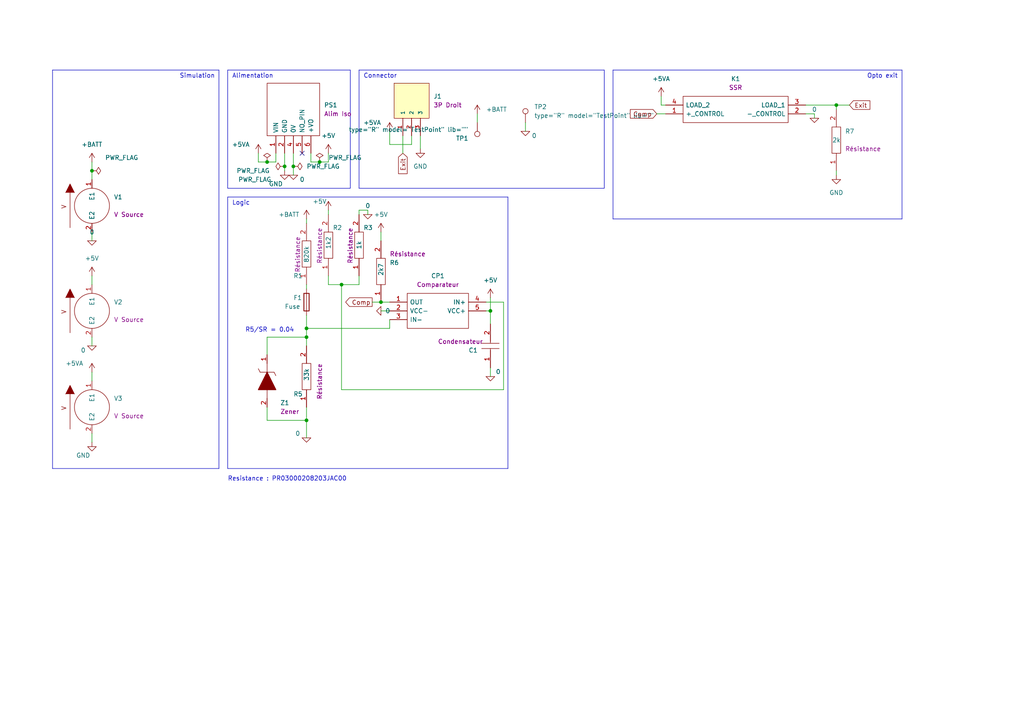
<source format=kicad_sch>
(kicad_sch (version 20230121) (generator eeschema)
  (paper "A4")
  (lib_symbols
    (symbol "Device:Fuse" (pin_numbers hide) (pin_names (offset 0))
      (property "Reference" "F" (at 2.032 0 90))
      (property "Value" "Fuse" (at -1.905 0 90))
      (symbol "Fuse_0_1"
        (rectangle (start -0.762 -2.54) (end 0.762 2.54) (stroke (width 0.254)))
        (polyline (pts (xy 0 2.54) (xy 0 -2.54)))
      )
      (symbol "Fuse_1_1"
        (pin passive line (at 0 3.81 270) (length 1.27) (name "~") (number "1"))
        (pin passive line (at 0 -3.81 90) (length 1.27) (name "~") (number "2"))
      )
    )
    (symbol "EPSA_lib:3P Droit 22-11-2032" (pin_names (offset 1.016))
      (property "Reference" "J" (at 6.35 7.62 0))
      (property "Render Name" "3P Droit" (at 0 6.35 0))
      (symbol "3P Droit 22-11-2032_0_0"
        (rectangle (start -5.08 -5.08) (end 5.08 5.08) (stroke (width 0.1524)) (fill (type background)))
        (pin passive line (at -10.16 2.54 0) (length 5.08) (name "1") (number "1"))
        (pin passive line (at -10.16 0 0) (length 5.08) (name "2") (number "2"))
        (pin passive line (at -10.16 -2.54 0) (length 5.08) (name "3") (number "3"))
      )
    )
    (symbol "EPSA_lib:Alim Iso PDM2-S5-S5-S" (pin_names (offset 0.762))
      (property "Reference" "PS" (at 21.59 6.35 0))
      (property "Render Name" "Alim Iso" (at 12.7 3.81 0))
      (symbol "Alim Iso PDM2-S5-S5-S_0_0"
        (pin passive line (at 0 0 0) (length 5.08) (name "VIN") (number "1"))
        (pin passive line (at 0 -2.54 0) (length 5.08) (name "GND") (number "2"))
        (pin passive line (at 0 -5.08 0) (length 5.08) (name "0V") (number "4"))
        (pin passive line (at 0 -7.62 0) (length 5.08) (name "NO_PIN") (number "5"))
        (pin passive line (at 0 -10.16 0) (length 5.08) (name "+VO") (number "6"))
      )
      (symbol "Alim Iso PDM2-S5-S5-S_0_1"
        (polyline (pts (xy 5.08 2.54) (xy 20.32 2.54) (xy 20.32 -12.7) (xy 5.08 -12.7) (xy 5.08 2.54)) (stroke (width 0.1524)))
      )
    )
    (symbol "EPSA_lib:Comparateur TS391ILT" (pin_names (offset 0.762))
      (property "Reference" "CP" (at 35.56 8.89 0))
      (property "Render Name" "Comparateur" (at 13.97 3.81 0))
      (symbol "Comparateur TS391ILT_0_0"
        (pin passive line (at 0 0 0) (length 5.08) (name "OUT") (number "1"))
        (pin passive line (at 0 -2.54 0) (length 5.08) (name "VCC-") (number "2"))
        (pin passive line (at 0 -5.08 0) (length 5.08) (name "IN-") (number "3"))
        (pin passive line (at 27.94 0 180) (length 5.08) (name "IN+") (number "4"))
        (pin passive line (at 27.94 -2.54 180) (length 5.08) (name "VCC+") (number "5"))
      )
      (symbol "Comparateur TS391ILT_0_1"
        (polyline (pts (xy 5.08 2.54) (xy 22.86 2.54) (xy 22.86 -7.62) (xy 5.08 -7.62) (xy 5.08 2.54)) (stroke (width 0.1524)))
      )
    )
    (symbol "EPSA_lib:Condensateur 0805Y1000104JXT" (pin_names (offset 0.762))
      (property "Reference" "C" (at 20.32 5.08 0))
      (property "Spice_Model" "10" (at 5.08 6.35 0))
      (property "Render Name" "Condensateur" (at 6.35 3.81 0))
      (symbol "Condensateur 0805Y1000104JXT_0_0"
        (pin passive line (at 0 0 0) (length 5.08) (name "~") (number "1"))
        (pin passive line (at 12.7 0 180) (length 5.08) (name "~") (number "2"))
      )
      (symbol "Condensateur 0805Y1000104JXT_0_1"
        (polyline (pts (xy 5.08 0) (xy 5.588 0)) (stroke (width 0.1524)))
        (polyline (pts (xy 5.588 2.54) (xy 5.588 -2.54)) (stroke (width 0.1524)))
        (polyline (pts (xy 7.112 0) (xy 7.62 0)) (stroke (width 0.1524)))
        (polyline (pts (xy 7.112 2.54) (xy 7.112 -2.54)) (stroke (width 0.1524)))
      )
    )
    (symbol "EPSA_lib:Résistance RK73H2BLTDD2152F" (pin_names (offset 0.762))
      (property "Reference" "R" (at 25.4 5.08 0))
      (property "Value" "10" (at 7.62 0 0))
      (property "Render Name" "Résistance" (at 8.89 2.54 0))
      (symbol "Résistance RK73H2BLTDD2152F_0_0"
        (pin passive line (at 0 0 0) (length 5.08) (name "~") (number "1"))
        (pin passive line (at 17.78 0 180) (length 5.08) (name "~") (number "2"))
      )
      (symbol "Résistance RK73H2BLTDD2152F_0_1"
        (polyline (pts (xy 5.08 1.27) (xy 12.7 1.27) (xy 12.7 -1.27) (xy 5.08 -1.27) (xy 5.08 1.27)) (stroke (width 0.1524)))
      )
    )
    (symbol "EPSA_lib:SSR CPC1394GR" (pin_names (offset 0.762))
      (property "Reference" "K" (at 48.26 7.62 0))
      (property "Render Name" "SSR" (at 19.05 3.81 0))
      (symbol "SSR CPC1394GR_0_0"
        (pin passive line (at 0 -2.54 0) (length 5.08) (name "+_CONTROL") (number "1"))
        (pin passive line (at 40.64 -2.54 180) (length 5.08) (name "-_CONTROL") (number "2"))
        (pin passive line (at 40.64 0 180) (length 5.08) (name "LOAD_1") (number "3"))
        (pin passive line (at 0 0 0) (length 5.08) (name "LOAD_2") (number "4"))
      )
      (symbol "SSR CPC1394GR_0_1"
        (polyline (pts (xy 5.08 2.54) (xy 35.56 2.54) (xy 35.56 -5.08) (xy 5.08 -5.08) (xy 5.08 2.54)) (stroke (width 0.1524)))
      )
    )
    (symbol "EPSA_lib:TestPoint" (pin_numbers hide) (pin_names (offset 0.762) hide)
      (property "Reference" "TP" (at 0 6.858 0))
      (property "Value" "TestPoint" (at 0 5.08 0))
      (symbol "TestPoint_0_1"
        (circle (center 0 3.302) (radius 0.762))
      )
      (symbol "TestPoint_1_1"
        (pin passive line (at 0 0 90) (length 2.54) (name "1") (number "1"))
      )
    )
    (symbol "EPSA_lib:VSOURCE" (pin_names (offset 1.016)) (in_bom no) (on_board no)
      (property "Reference" "V" (at 8.89 12.7 0))
      (property "Spice_Model" "dc 5" (at -1.27 12.7 0))
      (property "Render Name" "V Source" (at -1.27 10.16 0))
      (symbol "VSOURCE_0_1"
        (circle (center -1.27 0) (radius 5.08))
        (polyline (pts (xy -7.62 6.35) (xy 2.54 6.35)) (fill (type outline)))
        (polyline (pts (xy 2.54 7.62) (xy 5.08 6.35) (xy 2.54 5.08)) (fill (type outline)))
        (text "V" (at -1.524 8.128 0) (effects (font (size 1.27 1.27))))
      )
      (symbol "VSOURCE_1_1"
        (pin input line (at 6.35 0 180) (length 2.54) (name "E1") (number "1"))
        (pin input line (at -8.89 0 0) (length 2.54) (name "E2") (number "2"))
      )
    )
    (symbol "EPSA_lib:Zener TZM5224B-GS08" (pin_names (offset 0.762))
      (property "Reference" "Z" (at 5.08 6.35 0))
      (property "Titre" "Zener" (at 6.35 3.81 0))
      (symbol "Zener TZM5224B-GS08_0_0"
        (pin passive line (at 0 0 0) (length 2.54) (name "~") (number "1"))
        (pin passive line (at 15.24 0 180) (length 2.54) (name "~") (number "2"))
      )
      (symbol "Zener TZM5224B-GS08_0_1"
        (polyline (pts (xy 2.54 0) (xy 5.08 0)) (stroke (width 0.1524)))
        (polyline (pts (xy 4.064 -2.54) (xy 5.08 -2.032)) (stroke (width 0.1524)))
        (polyline (pts (xy 5.08 2.032) (xy 5.08 -2.032)) (stroke (width 0.1524)))
        (polyline (pts (xy 5.08 2.032) (xy 6.096 2.54)) (stroke (width 0.1524)))
        (polyline (pts (xy 12.7 0) (xy 10.16 0)) (stroke (width 0.1524)))
        (polyline (pts (xy 5.08 0) (xy 10.16 2.54) (xy 10.16 -2.54) (xy 5.08 0)) (stroke (width 0.254)) (fill (type outline)))
      )
    )
    (symbol "Résistance RK73H2BLTDD2152F_1" (pin_names (offset 0.762))
      (property "Reference" "R" (at 25.4 5.08 0))
      (property "Value" "10" (at 7.62 0 0))
      (property "Render Name" "Résistance" (at 8.89 2.54 0))
      (symbol "Résistance RK73H2BLTDD2152F_1_0_0"
        (pin passive line (at 0 0 0) (length 5.08) (name "~") (number "1"))
        (pin passive line (at 17.78 0 180) (length 5.08) (name "~") (number "2"))
      )
      (symbol "Résistance RK73H2BLTDD2152F_1_0_1"
        (polyline (pts (xy 5.08 1.27) (xy 12.7 1.27) (xy 12.7 -1.27) (xy 5.08 -1.27) (xy 5.08 1.27)) (stroke (width 0.1524)))
      )
    )
    (symbol "power:+5V" (power) (pin_names (offset 0))
      (property "Value" "+5V" (at 0 3.556 0))
      (symbol "+5V_0_1"
        (polyline (pts (xy -0.762 1.27) (xy 0 2.54)))
        (polyline (pts (xy 0 0) (xy 0 2.54)))
        (polyline (pts (xy 0 2.54) (xy 0.762 1.27)))
      )
      (symbol "+5V_1_1"
        (pin power_in line (at 0 0 90) (length 0) hide (name "+5V") (number "1"))
      )
    )
    (symbol "power:+5VA" (power) (pin_names (offset 0))
      (property "Value" "+5VA" (at 0 3.556 0))
      (symbol "+5VA_0_1"
        (polyline (pts (xy -0.762 1.27) (xy 0 2.54)))
        (polyline (pts (xy 0 0) (xy 0 2.54)))
        (polyline (pts (xy 0 2.54) (xy 0.762 1.27)))
      )
      (symbol "+5VA_1_1"
        (pin power_in line (at 0 0 90) (length 0) hide (name "+5VA") (number "1"))
      )
    )
    (symbol "power:+BATT" (power) (pin_names (offset 0))
      (property "Value" "+BATT" (at 0 3.556 0))
      (symbol "+BATT_0_1"
        (polyline (pts (xy -0.762 1.27) (xy 0 2.54)))
        (polyline (pts (xy 0 0) (xy 0 2.54)))
        (polyline (pts (xy 0 2.54) (xy 0.762 1.27)))
      )
      (symbol "+BATT_1_1"
        (pin power_in line (at 0 0 90) (length 0) hide (name "+BATT") (number "1"))
      )
    )
    (symbol "power:GND" (power) (pin_names (offset 0))
      (property "Value" "GND" (at 0 -3.81 0))
      (symbol "GND_0_1"
        (polyline (pts (xy 0 0) (xy 0 -1.27) (xy 1.27 -1.27) (xy 0 -2.54) (xy -1.27 -1.27) (xy 0 -1.27)))
      )
      (symbol "GND_1_1"
        (pin power_in line (at 0 0 270) (length 0) hide (name "GND") (number "1"))
      )
    )
    (symbol "power:PWR_FLAG" (power) (pin_numbers hide) (pin_names (offset 0) hide)
      (property "Value" "PWR_FLAG" (at 0 3.81 0))
      (symbol "PWR_FLAG_0_0"
        (pin power_out line (at 0 0 90) (length 0) (name "pwr") (number "1"))
      )
      (symbol "PWR_FLAG_0_1"
        (polyline (pts (xy 0 0) (xy 0 1.27) (xy -1.016 1.905) (xy 0 2.54) (xy 1.016 1.905) (xy 0 1.27)))
      )
    )
    (symbol "pspice:0" (power) (pin_names (offset 0))
      (property "Value" "0" (at 0 -1.778 0))
      (symbol "0_0_1"
        (polyline (pts (xy -1.27 0) (xy 0 -1.27) (xy 1.27 0) (xy -1.27 0)))
      )
      (symbol "0_1_1"
        (pin power_in line (at 0 0 0) (length 0) hide (name "0") (number "1"))
      )
    )
  )
  (junction (at 26.67 49.53))
  (junction (at 99.06 82.55))
  (junction (at 110.49 87.63))
  (junction (at 85.09 48.26))
  (junction (at 88.9 121.92))
  (junction (at 142.24 90.17))
  (junction (at 77.47 46.99))
  (junction (at 92.71 46.99))
  (junction (at 88.9 95.25))
  (junction (at 242.57 30.48))
  (junction (at 82.55 48.26))
  (junction (at 88.9 97.79))
  (no_connect (at 87.63 44.45))
  (polyline (pts (xy 66.04 54.61) (xy 101.6 54.61)))
  (wire (pts (xy 113.03 95.25) (xy 113.03 92.71)))
  (polyline (pts (xy 66.04 135.89) (xy 147.32 135.89)))
  (wire (pts (xy 152.4 35.56) (xy 152.4 38.1)))
  (wire (pts (xy 88.9 95.25) (xy 88.9 97.79)))
  (wire (pts (xy 88.9 118.11) (xy 88.9 121.92)))
  (wire (pts (xy 85.09 44.45) (xy 85.09 48.26)))
  (wire (pts (xy 95.25 80.01) (xy 95.25 82.55)))
  (wire (pts (xy 142.24 86.36) (xy 142.24 90.17)))
  (wire (pts (xy 88.9 91.44) (xy 88.9 95.25)))
  (wire (pts (xy 242.57 49.53) (xy 242.57 50.8)))
  (wire (pts (xy 146.05 113.03) (xy 146.05 87.63)))
  (wire (pts (xy 104.14 82.55) (xy 104.14 80.01)))
  (wire (pts (xy 242.57 30.48) (xy 246.38 30.48)))
  (wire (pts (xy 95.25 44.45) (xy 95.25 46.99)))
  (wire (pts (xy 26.67 125.73) (xy 26.67 128.27)))
  (polyline (pts (xy 104.14 20.32) (xy 104.14 54.61)))
  (wire (pts (xy 26.67 97.79) (xy 26.67 100.33)))
  (wire (pts (xy 95.25 82.55) (xy 99.06 82.55)))
  (polyline (pts (xy 177.8 20.32) (xy 177.8 63.5)))
  (wire (pts (xy 26.67 46.99) (xy 26.67 49.53)))
  (polyline (pts (xy 66.04 57.15) (xy 66.04 135.89)))
  (wire (pts (xy 146.05 87.63) (xy 140.97 87.63)))
  (wire (pts (xy 99.06 113.03) (xy 146.05 113.03)))
  (wire (pts (xy 99.06 82.55) (xy 99.06 113.03)))
  (wire (pts (xy 88.9 63.5) (xy 88.9 64.77)))
  (wire (pts (xy 190.5 33.02) (xy 193.04 33.02)))
  (wire (pts (xy 88.9 95.25) (xy 113.03 95.25)))
  (wire (pts (xy 113.03 90.17) (xy 110.49 90.17)))
  (wire (pts (xy 142.24 106.68) (xy 142.24 109.22)))
  (wire (pts (xy 113.03 41.91) (xy 119.38 41.91)))
  (polyline (pts (xy 104.14 20.32) (xy 175.26 20.32)))
  (polyline (pts (xy 15.24 20.32) (xy 15.24 135.89)))
  (polyline (pts (xy 104.14 54.61) (xy 175.26 54.61)))
  (wire (pts (xy 104.14 60.96) (xy 106.68 60.96)))
  (wire (pts (xy 92.71 46.99) (xy 95.25 46.99)))
  (wire (pts (xy 88.9 121.92) (xy 88.9 127)))
  (polyline (pts (xy 63.5 135.89) (xy 63.5 20.32)))
  (wire (pts (xy 82.55 48.26) (xy 82.55 49.53)))
  (wire (pts (xy 142.24 90.17) (xy 142.24 93.98)))
  (wire (pts (xy 110.49 67.31) (xy 110.49 69.85)))
  (polyline (pts (xy 175.26 54.61) (xy 175.26 20.32)))
  (wire (pts (xy 110.49 87.63) (xy 113.03 87.63)))
  (wire (pts (xy 85.09 48.26) (xy 85.09 50.8)))
  (polyline (pts (xy 177.8 20.32) (xy 261.62 20.32)))
  (polyline (pts (xy 101.6 54.61) (xy 101.6 20.32)))
  (wire (pts (xy 80.01 46.99) (xy 80.01 44.45)))
  (wire (pts (xy 233.68 33.02) (xy 236.22 33.02)))
  (wire (pts (xy 74.93 46.99) (xy 77.47 46.99)))
  (polyline (pts (xy 147.32 135.89) (xy 147.32 57.15)))
  (wire (pts (xy 113.03 38.1) (xy 113.03 41.91)))
  (wire (pts (xy 191.77 30.48) (xy 193.04 30.48)))
  (wire (pts (xy 106.68 60.96) (xy 106.68 62.23)))
  (wire (pts (xy 77.47 97.79) (xy 77.47 102.87)))
  (polyline (pts (xy 66.04 20.32) (xy 101.6 20.32)))
  (polyline (pts (xy 66.04 20.32) (xy 66.04 54.61)))
  (wire (pts (xy 104.14 60.96) (xy 104.14 62.23)))
  (wire (pts (xy 88.9 82.55) (xy 88.9 83.82)))
  (wire (pts (xy 26.67 67.31) (xy 26.67 69.85)))
  (wire (pts (xy 99.06 82.55) (xy 104.14 82.55)))
  (wire (pts (xy 90.17 46.99) (xy 92.71 46.99)))
  (wire (pts (xy 233.68 30.48) (xy 242.57 30.48)))
  (wire (pts (xy 140.97 90.17) (xy 142.24 90.17)))
  (polyline (pts (xy 261.62 63.5) (xy 261.62 20.32)))
  (wire (pts (xy 74.93 44.45) (xy 74.93 46.99)))
  (wire (pts (xy 77.47 118.11) (xy 77.47 121.92)))
  (wire (pts (xy 138.43 33.02) (xy 138.43 35.56)))
  (wire (pts (xy 236.22 33.02) (xy 236.22 34.29)))
  (wire (pts (xy 88.9 100.33) (xy 88.9 97.79)))
  (polyline (pts (xy 66.04 57.15) (xy 147.32 57.15)))
  (wire (pts (xy 242.57 31.75) (xy 242.57 30.48)))
  (wire (pts (xy 121.92 39.37) (xy 121.92 43.18)))
  (wire (pts (xy 90.17 44.45) (xy 90.17 46.99)))
  (wire (pts (xy 77.47 97.79) (xy 88.9 97.79)))
  (wire (pts (xy 26.67 49.53) (xy 26.67 52.07)))
  (wire (pts (xy 116.84 39.37) (xy 116.84 44.45)))
  (wire (pts (xy 88.9 121.92) (xy 77.47 121.92)))
  (wire (pts (xy 95.25 60.96) (xy 95.25 62.23)))
  (polyline (pts (xy 15.24 135.89) (xy 63.5 135.89)))
  (wire (pts (xy 82.55 44.45) (xy 82.55 48.26)))
  (wire (pts (xy 119.38 41.91) (xy 119.38 39.37)))
  (polyline (pts (xy 15.24 20.32) (xy 63.5 20.32)))
  (wire (pts (xy 191.77 27.94) (xy 191.77 30.48)))
  (wire (pts (xy 77.47 46.99) (xy 80.01 46.99)))
  (wire (pts (xy 107.95 87.63) (xy 110.49 87.63)))
  (wire (pts (xy 26.67 80.01) (xy 26.67 82.55)))
  (polyline (pts (xy 177.8 63.5) (xy 261.62 63.5)))
  (wire (pts (xy 26.67 107.95) (xy 26.67 110.49)))
  (text "Connector" (at 105.41 22.86 0) (effects (font (size 1.27 1.27)) (justify left bottom)))
  (text "R5/SR = 0.04" (at 71.12 96.52 0) (effects (font (size 1.27 1.27)) (justify left bottom)))
  (text "Alimentation" (at 67.31 22.86 0) (effects (font (size 1.27 1.27)) (justify left bottom)))
  (text "Opto exit" (at 251.46 22.86 0) (effects (font (size 1.27 1.27)) (justify left bottom)))
  (text "Simulation" (at 52.07 22.86 0) (effects (font (size 1.27 1.27)) (justify left bottom)))
  (text "Resistance : PR03000208203JAC00" (at 66.04 139.7 0) (effects (font (size 1.27 1.27)) (justify left bottom)))
  (text "Logic " (at 67.31 59.69 0) (effects (font (size 1.27 1.27)) (justify left bottom)))
  (global_label "Exit" (shape input) (at 116.84 44.45 270) (property "Intersheetrefs" "${INTERSHEET_REFS}" (effects hide)))
  (global_label "Comp" (shape input) (at 190.5 33.02 180) (property "Intersheetrefs" "${INTERSHEET_REFS}" (effects hide)))
  (global_label "Exit" (shape input) (at 246.38 30.48 0) (property "Intersheetrefs" "${INTERSHEET_REFS}" (effects hide)))
  (global_label "Comp" (shape output) (at 107.95 87.63 180) (property "Intersheetrefs" "${INTERSHEET_REFS}" (effects hide)))
  (symbol (lib_id "EPSA_lib:VSOURCE") (at 26.67 116.84 90) (unit 1) (in_bom no) (on_board no)
    (property "Reference" "V3" (at 33.02 115.5699 90) (effects (justify right)))
    (property "Value" "5" (effects hide))
    (property "Render Name" "V Source" (at 33.02 120.6499 90) (effects (justify right)))
    (property "Sim.Device" "V" (effects hide))
    (property "Sim.Type" "DC" (effects hide))
    (property "Sim.Pins" "1=+ 2=-" (effects hide))
  )
  (symbol (lib_id "power:PWR_FLAG") (at 26.67 49.53 270) (unit 1)
    (property "Reference" "#FLG0105" (effects hide))
    (property "Value" "PWR_FLAG" (at 30.48 45.72 90) (effects (justify left)))
  )
  (symbol (lib_id "EPSA_lib:Condensateur 0805Y1000104JXT") (at 142.24 106.68 90) (unit 1)
    (property "Reference" "C1" (at 135.89 101.6 90) (effects (justify right)))
    (property "Value" "Condensateur 0805Y1000104JXT" (effects hide))
    (property "Footprint" "EPSA_lib:CAPC2012X130N" (effects hide))
    (property "Datasheet" "http://docs-europe.electrocomponents.com/webdocs/119d/0900766b8119d7bc.pdf" (effects hide))
    (property "Description" "Syfer 0805 Ceramic Chip Capacitors" (effects hide))
    (property "Height" "1.3" (effects hide))
    (property "Manufacturer_Name" "Syfer" (effects hide))
    (property "Manufacturer_Part_Number" "0805Y1000104JXT" (effects hide))
    (property "Arrow Part Number" "0805Y1000104JXT" (effects hide))
    (property "Arrow Price/Stock" "https://www.arrow.com/en/products/0805y1000104jxt/syfer-technology?region=europe" (effects hide))
    (property "Sim.Enable" "0" (effects hide))
    (property "Render Name" "Condensateur" (at 127 99.06 90) (effects (justify right)))
    (property "Sim.Device" "SPICE" (effects hide))
    (property "Sim.Params" "type=\"C\" model=\"10n\" lib=\"\"" (effects hide))
    (property "Sim.Pins" "1=1 2=2" (effects hide))
  )
  (symbol (lib_id "EPSA_lib:3P Droit 22-11-2032") (at 119.38 29.21 90) (unit 1)
    (property "Reference" "J1" (at 125.73 27.9399 90) (effects (justify right)))
    (property "Value" "3P Droit 22-11-2032" (effects hide))
    (property "Footprint" "EPSA_lib:MOLEX_22-11-2032" (effects hide))
    (property "STANDARD" "Manufacturer recommendations" (effects hide))
    (property "PARTREV" "BD8" (effects hide))
    (property "MAXIMUM_PACKAGE_HEIGHT" "10.66mm" (effects hide))
    (property "MANUFACTURER" "Molex" (effects hide))
    (property "Sim.Enable" "0" (effects hide))
    (property "Render Name" "3P Droit" (at 125.73 30.4799 90) (effects (justify right)))
    (property "Sim.Device" "SPICE" (effects hide))
    (property "Sim.Params" "type=\"J\" model=\"22-11-2032\" lib=\"\"" (effects hide))
    (property "Sim.Pins" "1=1 2=2 3=3" (effects hide))
  )
  (symbol (lib_id "pspice:0") (at 106.68 62.23 0) (unit 1)
    (property "Reference" "#GND05" (effects hide))
    (property "Value" "0" (at 106.68 59.69 0))
  )
  (symbol (lib_id "power:+5VA") (at 113.03 38.1 0) (unit 1)
    (property "Reference" "#PWR012" (effects hide))
    (property "Value" "+5VA" (at 107.95 35.56 0))
  )
  (symbol (lib_id "pspice:0") (at 142.24 109.22 0) (unit 1)
    (property "Reference" "#GND09" (effects hide))
    (property "Value" "0" (at 144.4942 107.8231 0))
  )
  (symbol (lib_id "power:+5V") (at 95.25 44.45 0) (unit 1)
    (property "Reference" "#PWR011" (effects hide))
    (property "Value" "+5V" (at 95.25 39.37 0))
  )
  (symbol (lib_id "EPSA_lib:Zener TZM5224B-GS08") (at 77.47 102.87 270) (unit 1)
    (property "Reference" "Z1" (at 81.28 116.8399 90) (effects (justify left)))
    (property "Value" "Zener TZM5224B-GS08" (effects hide))
    (property "Footprint" "Diode_SMD:D_MiniMELF" (effects hide))
    (property "Datasheet" "https://www.mouser.co.uk/datasheet/2/427/tzm5221-103146.pdf" (effects hide))
    (property "Description" "Vishay TZM5224B-GS08 Zener Diode, 2.8V 5% 500 mW SMT 2-Pin SOD-80" (effects hide))
    (property "Height" "1.6" (effects hide))
    (property "Manufacturer_Name" "Vishay" (effects hide))
    (property "Manufacturer_Part_Number" "TZM5224B-GS08" (effects hide))
    (property "Mouser Part Number" "78-TZM5224B" (effects hide))
    (property "Mouser Price/Stock" "https://www.mouser.co.uk/ProductDetail/Vishay-Semiconductors/TZM5224B-GS08?qs=25SNtymhSqPc9I2zbkn61Q%3D%3D" (effects hide))
    (property "Titre" "Zener" (at 81.28 119.3799 90) (effects (justify left)))
    (property "Sim.Library" "${EPSA}\\SpiceModel\\Zener.lib" (effects hide))
    (property "Sim.Name" "DI_BZT52C2V4" (effects hide))
    (property "Sim.Pins" "2=1 1=2" (effects hide))
  )
  (symbol (lib_id "EPSA_lib:VSOURCE") (at 26.67 58.42 90) (unit 1) (in_bom no) (on_board no)
    (property "Reference" "V1" (at 33.02 57.1499 90) (effects (justify right)))
    (property "Value" "VSOURCE" (effects hide))
    (property "Render Name" "V Source" (at 33.02 62.2299 90) (effects (justify right)))
    (property "Sim.Device" "SPICE" (effects hide))
    (property "Sim.Params" "type=\"V\" model=\"pwl(0 0 10 600)\" lib=\"\"" (effects hide))
    (property "Sim.Pins" "1=1 2=2" (effects hide))
  )
  (symbol (lib_id "pspice:0") (at 110.49 90.17 270) (unit 1)
    (property "Reference" "#GND04" (effects hide))
    (property "Value" "0" (at 111.76 90.1699 90) (effects (justify left)))
  )
  (symbol (lib_id "EPSA_lib:TestPoint") (at 138.43 35.56 180) (unit 1)
    (property "Reference" "TP1" (at 135.89 40.1321 0) (effects (justify left)))
    (property "Value" "${SIM.PARAMS}" (at 135.89 37.5921 0) (effects (justify left)))
    (property "Footprint" "Connector_Wire:SolderWire-2.5sqmm_1x01_D2.4mm_OD3.6mm" (effects hide))
    (property "Sim.Enable" "0" (effects hide))
    (property "Sim.Device" "SPICE" (effects hide))
    (property "Sim.Params" "type=\"R\" model=\"TestPoint\" lib=\"\"" (effects hide))
    (property "Sim.Pins" "1=1" (effects hide))
  )
  (symbol (lib_id "Device:Fuse") (at 88.9 87.63 0) (unit 1)
    (property "Reference" "F1" (at 85.09 86.36 0) (effects (justify left)))
    (property "Value" "Fuse" (at 82.55 88.9 0) (effects (justify left)))
    (property "Footprint" "EPSA_lib:0PTF0078P" (effects hide))
  )
  (symbol (lib_name "Résistance RK73H2BLTDD2152F_1") (lib_id "EPSA_lib:Résistance RK73H2BLTDD2152F") (at 95.25 80.01 90) (unit 1)
    (property "Reference" "R2" (at 96.52 66.04 90) (effects (justify right)))
    (property "Value" "1k2" (at 95.25 68.58 0) (effects (justify right)))
    (property "Footprint" "EPSA_lib:RESC3216X70N" (effects hide))
    (property "Datasheet" "http://www.koaspeer.com/catimages/Products/RK73H/RK73H.pdf" (effects hide))
    (property "Sim.Pins" "1=+ 2=-" (effects hide))
    (property "Sim.Device" "R" (effects hide))
    (property "Description" "Thick Film Resistors - SMD" (effects hide))
    (property "Height" "0.7" (effects hide))
    (property "Manufacturer_Name" "KOA Speer" (effects hide))
    (property "Manufacturer_Part_Number" "RK73H2BLTDD2152F" (effects hide))
    (property "Mouser Part Number" "N/A" (effects hide))
    (property "Mouser Price/Stock" "https://www.mouser.co.uk/ProductDetail/KOA-Speer/RK73H2BLTDD2152F?qs=WeIALVmW3zmyxMFsjVzMRw%3D%3D" (effects hide))
    (property "Render Name" "Résistance" (at 92.71 66.04 0) (effects (justify right)))
  )
  (symbol (lib_id "power:+5VA") (at 74.93 44.45 0) (unit 1)
    (property "Reference" "#PWR08" (effects hide))
    (property "Value" "+5VA" (at 69.85 41.91 0))
  )
  (symbol (lib_id "power:PWR_FLAG") (at 82.55 48.26 90) (unit 1)
    (property "Reference" "#FLG0102" (effects hide))
    (property "Value" "PWR_FLAG" (at 78.74 52.07 90) (effects (justify left)))
  )
  (symbol (lib_name "Résistance RK73H2BLTDD2152F_1") (lib_id "EPSA_lib:Résistance RK73H2BLTDD2152F") (at 104.14 80.01 90) (unit 1)
    (property "Reference" "R3" (at 105.41 66.04 90) (effects (justify right)))
    (property "Value" "1k" (at 104.14 69.85 0) (effects (justify right)))
    (property "Footprint" "EPSA_lib:RESC3216X70N" (effects hide))
    (property "Datasheet" "http://www.koaspeer.com/catimages/Products/RK73H/RK73H.pdf" (effects hide))
    (property "Sim.Pins" "1=+ 2=-" (effects hide))
    (property "Sim.Device" "R" (effects hide))
    (property "Description" "Thick Film Resistors - SMD" (effects hide))
    (property "Height" "0.7" (effects hide))
    (property "Manufacturer_Name" "KOA Speer" (effects hide))
    (property "Manufacturer_Part_Number" "RK73H2BLTDD2152F" (effects hide))
    (property "Mouser Part Number" "N/A" (effects hide))
    (property "Mouser Price/Stock" "https://www.mouser.co.uk/ProductDetail/KOA-Speer/RK73H2BLTDD2152F?qs=WeIALVmW3zmyxMFsjVzMRw%3D%3D" (effects hide))
    (property "Render Name" "Résistance" (at 101.6 66.04 0) (effects (justify right)))
  )
  (symbol (lib_id "EPSA_lib:Résistance RK73H2BLTDD2152F") (at 110.49 87.63 90) (unit 1)
    (property "Reference" "R6" (at 113.03 76.1999 90) (effects (justify right)))
    (property "Value" "2k7" (at 110.49 80.01 0) (effects (justify left)))
    (property "Footprint" "EPSA_lib:RESC3216X70N" (effects hide))
    (property "Datasheet" "http://www.koaspeer.com/catimages/Products/RK73H/RK73H.pdf" (effects hide))
    (property "Description" "Thick Film Resistors - SMD" (effects hide))
    (property "Height" "0.7" (effects hide))
    (property "Manufacturer_Name" "KOA Speer" (effects hide))
    (property "Manufacturer_Part_Number" "RK73H2BLTDD2152F" (effects hide))
    (property "Mouser Part Number" "N/A" (effects hide))
    (property "Mouser Price/Stock" "https://www.mouser.co.uk/ProductDetail/KOA-Speer/RK73H2BLTDD2152F?qs=WeIALVmW3zmyxMFsjVzMRw%3D%3D" (effects hide))
    (property "Render Name" "Résistance" (at 113.03 73.66 90) (effects (justify right)))
    (property "Sim.Device" "R" (effects hide))
    (property "Sim.Params" "type=\"R\" model=\"2k6\" lib=\"\"" (effects hide))
    (property "Sim.Pins" "1=+ 2=-" (effects hide))
  )
  (symbol (lib_id "power:+5V") (at 26.67 80.01 0) (unit 1)
    (property "Reference" "#PWR02" (effects hide))
    (property "Value" "+5V" (at 26.67 74.93 0))
  )
  (symbol (lib_id "power:+BATT") (at 26.67 46.99 0) (unit 1)
    (property "Reference" "#PWR01" (effects hide))
    (property "Value" "+BATT" (at 26.67 41.91 0))
  )
  (symbol (lib_id "pspice:0") (at 152.4 38.1 0) (unit 1)
    (property "Reference" "#GND08" (effects hide))
    (property "Value" "0" (at 154.94 39.37 0))
  )
  (symbol (lib_id "pspice:0") (at 88.9 127 0) (unit 1)
    (property "Reference" "#GND03" (effects hide))
    (property "Value" "0" (at 86.36 125.73 0))
  )
  (symbol (lib_id "power:GND") (at 121.92 43.18 0) (unit 1)
    (property "Reference" "#PWR013" (effects hide))
    (property "Value" "GND" (at 121.92 48.26 0))
  )
  (symbol (lib_id "power:PWR_FLAG") (at 77.47 46.99 0) (unit 1)
    (property "Reference" "#FLG0104" (effects hide))
    (property "Value" "PWR_FLAG" (at 68.58 49.53 0) (effects (justify left)))
  )
  (symbol (lib_id "pspice:0") (at 26.67 69.85 0) (unit 1)
    (property "Reference" "#GND01" (effects hide))
    (property "Value" "0" (at 26.67 67.31 0))
  )
  (symbol (lib_id "power:+BATT") (at 138.43 33.02 0) (unit 1)
    (property "Reference" "#PWR016" (effects hide))
    (property "Value" "+BATT" (at 140.97 31.7499 0) (effects (justify left)))
  )
  (symbol (lib_id "EPSA_lib:Alim Iso PDM2-S5-S5-S") (at 80.01 44.45 90) (unit 1)
    (property "Reference" "PS1" (at 93.98 30.4799 90) (effects (justify right)))
    (property "Value" "Alim Iso PDM2-S5-S5-S" (effects hide))
    (property "Footprint" "EPSA_lib:PDM2S5S5S" (effects hide))
    (property "Datasheet" "https://datasheet.datasheetarchive.com/originals/distributors/Datasheets-SFU1/DSASFU10006714.pdf" (effects hide))
    (property "Description" "Isolated DC/DC Converters Isolated Board Mount DC-DC Cnvrt 5vdc 2W" (effects hide))
    (property "Height" "10.41" (effects hide))
    (property "Manufacturer_Name" "CUI Inc." (effects hide))
    (property "Manufacturer_Part_Number" "PDM2-S5-S5-S" (effects hide))
    (property "Mouser Part Number" "490-PDM2-S5-S5-S" (effects hide))
    (property "Mouser Price/Stock" "https://www.mouser.co.uk/ProductDetail/CUI-Inc/PDM2-S5-S5-S?qs=WyjlAZoYn51BO%2Fgga81j2w%3D%3D" (effects hide))
    (property "Sim.Enable" "0" (effects hide))
    (property "Render Name" "Alim Iso" (at 93.98 33.0199 90) (effects (justify right)))
    (property "Sim.Device" "SPICE" (effects hide))
    (property "Sim.Params" "type=\"R\" model=\"Alim Iso PDM2-S5-S5-S\" lib=\"\"" (effects hide))
    (property "Sim.Pins" "1=1 2=2 4=3 5=4 6=5" (effects hide))
  )
  (symbol (lib_id "power:GND") (at 26.67 128.27 0) (unit 1)
    (property "Reference" "#PWR04" (effects hide))
    (property "Value" "GND" (at 24.13 132.08 0))
  )
  (symbol (lib_id "power:+5V") (at 110.49 67.31 0) (unit 1)
    (property "Reference" "#PWR014" (effects hide))
    (property "Value" "+5V" (at 110.49 62.23 0))
  )
  (symbol (lib_id "EPSA_lib:VSOURCE") (at 26.67 88.9 90) (unit 1) (in_bom no) (on_board no)
    (property "Reference" "V2" (at 33.02 87.6299 90) (effects (justify right)))
    (property "Value" "5" (effects hide))
    (property "Render Name" "V Source" (at 33.02 92.7099 90) (effects (justify right)))
    (property "Sim.Device" "V" (effects hide))
    (property "Sim.Type" "DC" (effects hide))
    (property "Sim.Pins" "1=+ 2=-" (effects hide))
  )
  (symbol (lib_id "EPSA_lib:Résistance RK73H2BLTDD2152F") (at 88.9 82.55 90) (unit 1)
    (property "Reference" "R1" (at 85.09 80.01 90) (effects (justify right)))
    (property "Value" "820k" (at 88.9 76.2 0) (effects (justify left)))
    (property "Footprint" "EPSA_lib:RESC3216X70N" (effects hide))
    (property "Datasheet" "http://www.koaspeer.com/catimages/Products/RK73H/RK73H.pdf" (effects hide))
    (property "Description" "Thick Film Resistors - SMD" (effects hide))
    (property "Height" "0.7" (effects hide))
    (property "Manufacturer_Name" "KOA Speer" (effects hide))
    (property "Manufacturer_Part_Number" "RK73H2BLTDD2152F" (effects hide))
    (property "Mouser Part Number" "N/A" (effects hide))
    (property "Mouser Price/Stock" "https://www.mouser.co.uk/ProductDetail/KOA-Speer/RK73H2BLTDD2152F?qs=WeIALVmW3zmyxMFsjVzMRw%3D%3D" (effects hide))
    (property "Render Name" "Résistance" (at 86.36 68.58 0) (effects (justify right)))
    (property "Sim.Device" "R" (effects hide))
    (property "Sim.Params" "type=\"R\" model=\"820k\" lib=\"\"" (effects hide))
    (property "Sim.Pins" "1=+ 2=-" (effects hide))
  )
  (symbol (lib_id "power:GND") (at 82.55 49.53 0) (unit 1)
    (property "Reference" "#PWR010" (effects hide))
    (property "Value" "GND" (at 80.01 53.34 0))
  )
  (symbol (lib_id "power:PWR_FLAG") (at 85.09 48.26 270) (unit 1)
    (property "Reference" "#FLG0103" (effects hide))
    (property "Value" "PWR_FLAG" (at 88.9 48.2599 90) (effects (justify left)))
  )
  (symbol (lib_id "pspice:0") (at 236.22 34.29 0) (unit 1)
    (property "Reference" "#GND07" (effects hide))
    (property "Value" "0" (at 236.22 31.75 0))
  )
  (symbol (lib_id "EPSA_lib:Résistance RK73H2BLTDD2152F") (at 88.9 118.11 90) (unit 1)
    (property "Reference" "R5" (at 85.09 114.3 90) (effects (justify right)))
    (property "Value" "33k" (at 88.9 110.49 0) (effects (justify left)))
    (property "Footprint" "EPSA_lib:RESC3216X70N" (effects hide))
    (property "Datasheet" "http://www.koaspeer.com/catimages/Products/RK73H/RK73H.pdf" (effects hide))
    (property "Description" "Thick Film Resistors - SMD" (effects hide))
    (property "Height" "0.7" (effects hide))
    (property "Manufacturer_Name" "KOA Speer" (effects hide))
    (property "Manufacturer_Part_Number" "RK73H2BLTDD2152F" (effects hide))
    (property "Mouser Part Number" "N/A" (effects hide))
    (property "Mouser Price/Stock" "https://www.mouser.co.uk/ProductDetail/KOA-Speer/RK73H2BLTDD2152F?qs=WeIALVmW3zmyxMFsjVzMRw%3D%3D" (effects hide))
    (property "Render Name" "Résistance" (at 92.71 105.41 0) (effects (justify right)))
    (property "Sim.Device" "R" (effects hide))
    (property "Sim.Params" "type=\"R\" model=\"32k\" lib=\"\"" (effects hide))
    (property "Sim.Pins" "1=+ 2=-" (effects hide))
  )
  (symbol (lib_id "power:+BATT") (at 88.9 63.5 0) (unit 1)
    (property "Reference" "#PWR05" (effects hide))
    (property "Value" "+BATT" (at 83.82 62.23 0))
  )
  (symbol (lib_id "power:PWR_FLAG") (at 92.71 46.99 0) (unit 1)
    (property "Reference" "#FLG0101" (effects hide))
    (property "Value" "PWR_FLAG" (at 95.25 45.7199 0) (effects (justify left)))
  )
  (symbol (lib_id "EPSA_lib:SSR CPC1394GR") (at 193.04 30.48 0) (unit 1)
    (property "Reference" "K1" (at 213.36 22.86 0))
    (property "Value" "SSR CPC1394GR" (effects hide))
    (property "Footprint" "EPSA_lib:CPC1394GR" (effects hide))
    (property "Datasheet" "https://componentsearchengine.com/Datasheets/1/CPC1394GR.pdf" (effects hide))
    (property "Description" "SPST-NO Solid State Relay Solder 120 mA rms/mA dc Surface Mount, DC MOSFET" (effects hide))
    (property "Height" "3.556" (effects hide))
    (property "Manufacturer_Name" "LITTELFUSE" (effects hide))
    (property "Manufacturer_Part_Number" "CPC1394GR" (effects hide))
    (property "Mouser Part Number" "849-CPC1394GR" (effects hide))
    (property "Mouser Price/Stock" "https://www.mouser.co.uk/ProductDetail/IXYS-Integrated-Circuits/CPC1394GR?qs=8uBHJDVwVqyTG8bzDwZMmA%3D%3D" (effects hide))
    (property "Render Name" "SSR" (at 213.36 25.4 0))
    (property "Sim.Library" "${EPSA}\\SpiceModel\\SSR.lib" (effects hide))
    (property "Sim.Name" "SWITCH" (effects hide))
    (property "Sim.Pins" "1=CONT+ 2=CONT- 3=LOAD1 4=LOAD2" (effects hide))
  )
  (symbol (lib_id "pspice:0") (at 85.09 50.8 0) (unit 1)
    (property "Reference" "#GND06" (effects hide))
    (property "Value" "0" (at 87.63 52.07 0))
  )
  (symbol (lib_id "power:+5VA") (at 191.77 27.94 0) (unit 1)
    (property "Reference" "#PWR09" (effects hide))
    (property "Value" "+5VA" (at 191.77 22.86 0))
  )
  (symbol (lib_id "pspice:0") (at 26.67 100.33 0) (unit 1)
    (property "Reference" "#GND02" (effects hide))
    (property "Value" "0" (at 24.13 101.6 0))
  )
  (symbol (lib_id "power:GND") (at 242.57 50.8 0) (unit 1)
    (property "Reference" "#PWR015" (effects hide))
    (property "Value" "GND" (at 242.57 55.88 0))
  )
  (symbol (lib_id "EPSA_lib:TestPoint") (at 152.4 35.56 0) (unit 1)
    (property "Reference" "TP2" (at 154.94 30.9879 0) (effects (justify left)))
    (property "Value" "${SIM.PARAMS}" (at 154.94 33.5279 0) (effects (justify left)))
    (property "Footprint" "Connector_Wire:SolderWire-2.5sqmm_1x01_D2.4mm_OD3.6mm" (effects hide))
    (property "Sim.Enable" "0" (effects hide))
    (property "Sim.Device" "SPICE" (effects hide))
    (property "Sim.Params" "type=\"R\" model=\"TestPoint\" lib=\"\"" (effects hide))
    (property "Sim.Pins" "1=1" (effects hide))
  )
  (symbol (lib_id "power:+5V") (at 95.25 60.96 0) (unit 1)
    (property "Reference" "#PWR07" (effects hide))
    (property "Value" "+5V" (at 92.71 58.42 0))
  )
  (symbol (lib_id "EPSA_lib:Comparateur TS391ILT") (at 113.03 87.63 0) (unit 1)
    (property "Reference" "CP1" (at 127 80.01 0))
    (property "Value" "Comparateur TS391ILT" (effects hide))
    (property "Footprint" "EPSA_lib:SOT95P280X145-5N" (effects hide))
    (property "Datasheet" "http://www.st.com/st-web-ui/static/active/en/resource/technical/document/datasheet/CD00001660.pdf" (effects hide))
    (property "Description" "TS391ILT, Comparator Open Collector 0.3us 12 V, 15 V, 18 V, 24 V, 28 V, 3 V, 5 V, 9 V 5-Pin SOT-23" (effects hide))
    (property "Height" "1.45" (effects hide))
    (property "Manufacturer_Name" "STMicroelectronics" (effects hide))
    (property "Manufacturer_Part_Number" "TS391ILT" (effects hide))
    (property "Mouser Part Number" "511-TS391IL" (effects hide))
    (property "Mouser Price/Stock" "https://www.mouser.co.uk/ProductDetail/STMicroelectronics/TS391ILT?qs=P8h1tZw8GcB9GWR61XM17g%3D%3D" (effects hide))
    (property "Arrow Part Number" "TS391ILT" (effects hide))
    (property "Arrow Price/Stock" "https://www.arrow.com/en/products/ts391ilt/stmicroelectronics?region=europe" (effects hide))
    (property "Render Name" "Comparateur" (at 127 82.55 0))
    (property "Sim.Library" "${EPSA}\\SpiceModel\\C_ts391.lib" (effects hide))
    (property "Sim.Name" "TS391" (effects hide))
    (property "Sim.Pins" "4=1 3=2 5=3 2=4 1=5" (effects hide))
  )
  (symbol (lib_id "power:+5VA") (at 26.67 107.95 0) (unit 1)
    (property "Reference" "#PWR03" (effects hide))
    (property "Value" "+5VA" (at 21.59 105.41 0))
  )
  (symbol (lib_id "power:+5V") (at 142.24 86.36 0) (unit 1)
    (property "Reference" "#PWR06" (effects hide))
    (property "Value" "+5V" (at 142.24 81.28 0))
  )
  (symbol (lib_id "EPSA_lib:Résistance RK73H2BLTDD2152F") (at 242.57 49.53 90) (unit 1)
    (property "Reference" "R7" (at 245.11 38.0999 90) (effects (justify right)))
    (property "Value" "2k" (at 243.84 40.64 90) (effects (justify left)))
    (property "Footprint" "EPSA_lib:RESC3216X70N" (effects hide))
    (property "Datasheet" "http://www.koaspeer.com/catimages/Products/RK73H/RK73H.pdf" (effects hide))
    (property "Description" "Thick Film Resistors - SMD" (effects hide))
    (property "Height" "0.7" (effects hide))
    (property "Manufacturer_Name" "KOA Speer" (effects hide))
    (property "Manufacturer_Part_Number" "RK73H2BLTDD2152F" (effects hide))
    (property "Mouser Part Number" "N/A" (effects hide))
    (property "Mouser Price/Stock" "https://www.mouser.co.uk/ProductDetail/KOA-Speer/RK73H2BLTDD2152F?qs=WeIALVmW3zmyxMFsjVzMRw%3D%3D" (effects hide))
    (property "Render Name" "Résistance" (at 245.11 43.1799 90) (effects (justify right)))
    (property "Sim.Device" "R" (effects hide))
    (property "Sim.Params" "type=\"R\" model=\"2k\" lib=\"\"" (effects hide))
    (property "Sim.Pins" "1=+ 2=-" (effects hide))
  )
)
</source>
